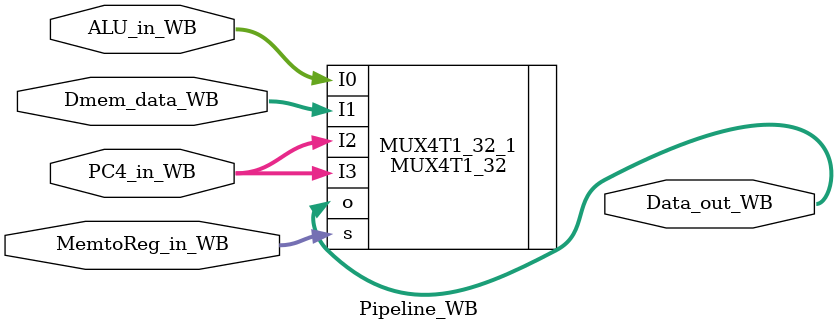
<source format=v>
`timescale 1ns / 1ps
/* 写回是指将指令执行的结果写回寄存器堆的过程；
 * 如果是普通运算指令，该结果值来源于‘执行’阶段计算的结果；
 * 如果是LOAD指令，该结果来源于‘访存’阶段从存储器读取出来的数据；
 * 如果是跳转指令，该结果来源于PC+4
 */
module Pipeline_WB (
    input[31:0] PC4_in_WB,      //PC+4输入
    input[31:0] ALU_in_WB,      //ALU结果输出
    input[31:0] Dmem_data_WB,   //存储器数据输入
    input[1:0] MemtoReg_in_WB,  //写回选择控制

    output [31:0] Data_out_WB   //写回数据输出
);

    MUX4T1_32 MUX4T1_32_1(
        .s(MemtoReg_in_WB),
        .I0(ALU_in_WB),
        .I1(Dmem_data_WB),
        .I2(PC4_in_WB),
        .I3(PC4_in_WB),

        .o(Data_out_WB)
    );
endmodule //Pipeline_WB
</source>
